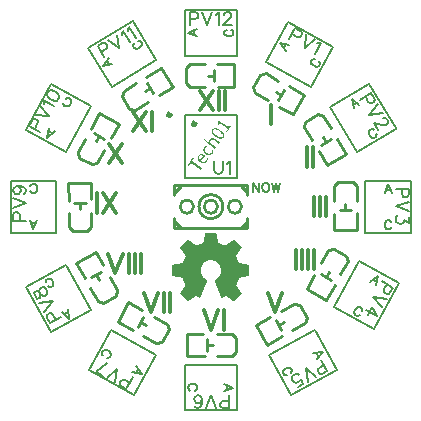
<source format=gto>
G04 Layer: TopSilkscreenLayer*
G04 EasyEDA v6.5.42, 2024-03-03 14:11:30*
G04 83aee20a283747e8b3d018c67651a6c0,ed70181f279245e6aff80281ee7dc86a,10*
G04 Gerber Generator version 0.2*
G04 Scale: 100 percent, Rotated: No, Reflected: No *
G04 Dimensions in millimeters *
G04 leading zeros omitted , absolute positions ,4 integer and 5 decimal *
%FSLAX45Y45*%
%MOMM*%

%ADD10C,0.3000*%
%ADD11C,0.1524*%
%ADD12C,0.2540*%
%ADD13C,0.1520*%

%LPD*%
G36*
X3552342Y3950665D02*
G01*
X3552342Y3940860D01*
X3550107Y3940301D01*
X3549599Y3938574D01*
X3549548Y3926890D01*
X3547313Y3926281D01*
X3546805Y3924604D01*
X3546754Y3910025D01*
X3545027Y3910025D01*
X3543960Y3908958D01*
X3543960Y3898290D01*
X3542385Y3897629D01*
X3541318Y3895496D01*
X3541064Y3882034D01*
X3538880Y3881475D01*
X3538423Y3879748D01*
X3538321Y3867505D01*
X3536797Y3866794D01*
X3535578Y3864711D01*
X3535527Y3862527D01*
X3528568Y3862171D01*
X3527501Y3861257D01*
X3527501Y3859631D01*
X3522624Y3859631D01*
X3521506Y3858514D01*
X3521506Y3856837D01*
X3516782Y3856786D01*
X3514090Y3856075D01*
X3513328Y3853992D01*
X3509467Y3853992D01*
X3507892Y3853586D01*
X3507435Y3851198D01*
X3502456Y3851148D01*
X3500323Y3849928D01*
X3499662Y3848404D01*
X3495801Y3848354D01*
X3494074Y3847846D01*
X3493515Y3845610D01*
X3488740Y3845610D01*
X3487928Y3844747D01*
X3487928Y3842816D01*
X3481781Y3842715D01*
X3480054Y3842258D01*
X3479495Y3840022D01*
X3476701Y3840022D01*
X3476701Y3841953D01*
X3475837Y3842816D01*
X3473551Y3842816D01*
X3473551Y3844493D01*
X3472586Y3845255D01*
X3468319Y3845712D01*
X3468319Y3847592D01*
X3467455Y3848404D01*
X3465525Y3848404D01*
X3464915Y3850640D01*
X3463239Y3851148D01*
X3459937Y3851198D01*
X3459734Y3853840D01*
X3457143Y3854043D01*
X3456736Y3856380D01*
X3455162Y3856786D01*
X3451504Y3856837D01*
X3451301Y3859428D01*
X3448659Y3859682D01*
X3448659Y3861308D01*
X3447592Y3862425D01*
X3443122Y3862425D01*
X3442919Y3865067D01*
X3440277Y3865270D01*
X3440277Y3866946D01*
X3439160Y3868013D01*
X3436924Y3868013D01*
X3436264Y3869537D01*
X3434130Y3870756D01*
X3431895Y3870807D01*
X3431895Y3872788D01*
X3431032Y3873601D01*
X3428746Y3873601D01*
X3428746Y3875278D01*
X3427780Y3876090D01*
X3423462Y3876548D01*
X3423462Y3878376D01*
X3422650Y3879240D01*
X3420313Y3879240D01*
X3420313Y3880916D01*
X3419348Y3881678D01*
X3415080Y3882136D01*
X3414877Y3884676D01*
X3412286Y3884879D01*
X3411677Y3887063D01*
X3410000Y3887571D01*
X3406444Y3887622D01*
X3405682Y3889705D01*
X3403854Y3890162D01*
X3402025Y3889705D01*
X3401263Y3887673D01*
X3398418Y3887470D01*
X3398215Y3884879D01*
X3395624Y3884676D01*
X3395421Y3882085D01*
X3392830Y3881882D01*
X3392627Y3879291D01*
X3390036Y3879037D01*
X3389833Y3876446D01*
X3387242Y3876243D01*
X3386988Y3873652D01*
X3384397Y3873449D01*
X3384194Y3870858D01*
X3381603Y3870655D01*
X3381400Y3868064D01*
X3378809Y3867861D01*
X3378606Y3865270D01*
X3376015Y3865067D01*
X3375812Y3862476D01*
X3373221Y3862222D01*
X3373018Y3859631D01*
X3370427Y3859428D01*
X3370173Y3856837D01*
X3367633Y3856634D01*
X3367379Y3854043D01*
X3364788Y3853840D01*
X3364585Y3851249D01*
X3361994Y3851046D01*
X3361791Y3848455D01*
X3359200Y3848252D01*
X3358997Y3845661D01*
X3356406Y3845407D01*
X3356203Y3842867D01*
X3353612Y3842613D01*
X3353409Y3840022D01*
X3350818Y3839819D01*
X3350564Y3837228D01*
X3347974Y3837025D01*
X3347770Y3834434D01*
X3345179Y3834231D01*
X3344976Y3831640D01*
X3342386Y3831437D01*
X3342182Y3828796D01*
X3340506Y3828796D01*
X3339439Y3827678D01*
X3339439Y3821226D01*
X3340252Y3820414D01*
X3342132Y3820414D01*
X3342589Y3816096D01*
X3343351Y3815130D01*
X3345027Y3815130D01*
X3345027Y3812844D01*
X3345840Y3811981D01*
X3347821Y3811981D01*
X3347821Y3809492D01*
X3348837Y3807104D01*
X3350615Y3806647D01*
X3350615Y3804665D01*
X3351733Y3803599D01*
X3353409Y3803599D01*
X3353612Y3800957D01*
X3356254Y3800754D01*
X3356254Y3796284D01*
X3357321Y3795166D01*
X3358997Y3795166D01*
X3359200Y3792575D01*
X3361842Y3792321D01*
X3361842Y3788714D01*
X3362248Y3787140D01*
X3364585Y3786682D01*
X3364788Y3784142D01*
X3367430Y3783939D01*
X3367481Y3780637D01*
X3367989Y3778910D01*
X3370224Y3778351D01*
X3370224Y3776421D01*
X3371087Y3775557D01*
X3372916Y3775557D01*
X3373374Y3771239D01*
X3374186Y3770325D01*
X3375863Y3770325D01*
X3375863Y3767988D01*
X3376676Y3767175D01*
X3378657Y3767175D01*
X3378708Y3764889D01*
X3379927Y3762806D01*
X3381451Y3762095D01*
X3381451Y3759606D01*
X3382264Y3758742D01*
X3384194Y3758742D01*
X3384397Y3756151D01*
X3387039Y3755898D01*
X3387039Y3747566D01*
X3385362Y3747566D01*
X3384245Y3746449D01*
X3384245Y3741978D01*
X3382010Y3741369D01*
X3381501Y3739692D01*
X3381451Y3735832D01*
X3379927Y3735120D01*
X3378708Y3733037D01*
X3378657Y3727958D01*
X3376929Y3727958D01*
X3375863Y3726840D01*
X3375863Y3722420D01*
X3373475Y3721963D01*
X3373069Y3720388D01*
X3373018Y3713937D01*
X3371087Y3713937D01*
X3370224Y3713073D01*
X3370224Y3708298D01*
X3368548Y3708298D01*
X3367430Y3707231D01*
X3367430Y3702761D01*
X3365195Y3702151D01*
X3364687Y3700424D01*
X3364636Y3696563D01*
X3363112Y3695903D01*
X3361893Y3693769D01*
X3361842Y3691585D01*
X3352088Y3691280D01*
X3350971Y3690365D01*
X3350971Y3688791D01*
X3336086Y3688537D01*
X3334512Y3687622D01*
X3334105Y3685946D01*
X3323132Y3685743D01*
X3321050Y3684676D01*
X3320338Y3683101D01*
X3307740Y3683101D01*
X3306165Y3682695D01*
X3305708Y3680358D01*
X3291281Y3680104D01*
X3289706Y3679240D01*
X3289249Y3677513D01*
X3279698Y3677513D01*
X3278124Y3677056D01*
X3277717Y3674719D01*
X3275533Y3674160D01*
X3275025Y3672433D01*
X3274974Y3586124D01*
X3276092Y3585057D01*
X3277717Y3585057D01*
X3277971Y3582415D01*
X3283661Y3582212D01*
X3284118Y3580536D01*
X3285642Y3579672D01*
X3300171Y3579368D01*
X3300780Y3577183D01*
X3302457Y3576726D01*
X3316935Y3576624D01*
X3317392Y3574287D01*
X3318916Y3573830D01*
X3331006Y3573830D01*
X3331565Y3571595D01*
X3333292Y3571087D01*
X3347821Y3571036D01*
X3347821Y3569360D01*
X3348939Y3568242D01*
X3359048Y3568242D01*
X3359048Y3566261D01*
X3359861Y3565448D01*
X3361842Y3565448D01*
X3361893Y3560368D01*
X3363112Y3558235D01*
X3364636Y3557574D01*
X3364636Y3552545D01*
X3365754Y3551428D01*
X3367430Y3551428D01*
X3367430Y3546703D01*
X3368192Y3544011D01*
X3370224Y3543198D01*
X3370224Y3539337D01*
X3370681Y3537762D01*
X3373018Y3537356D01*
X3373018Y3532682D01*
X3373780Y3529990D01*
X3375863Y3529228D01*
X3375863Y3525316D01*
X3376269Y3523792D01*
X3378657Y3523335D01*
X3378708Y3518306D01*
X3379927Y3516223D01*
X3381451Y3515563D01*
X3381451Y3511346D01*
X3381857Y3509772D01*
X3384245Y3509314D01*
X3384245Y3500628D01*
X3382568Y3500628D01*
X3381806Y3499713D01*
X3381349Y3495395D01*
X3379470Y3495395D01*
X3378657Y3494532D01*
X3378657Y3492601D01*
X3376371Y3492042D01*
X3375914Y3490315D01*
X3375863Y3487013D01*
X3373221Y3486810D01*
X3373018Y3484270D01*
X3370681Y3483813D01*
X3370224Y3482238D01*
X3370224Y3478631D01*
X3367633Y3478428D01*
X3367379Y3475786D01*
X3365754Y3475786D01*
X3364636Y3474669D01*
X3364636Y3472434D01*
X3363112Y3471773D01*
X3361893Y3469640D01*
X3361842Y3467354D01*
X3359861Y3467354D01*
X3359048Y3466541D01*
X3359048Y3464306D01*
X3357219Y3463848D01*
X3356254Y3461461D01*
X3356254Y3458972D01*
X3354273Y3458972D01*
X3353409Y3458108D01*
X3353409Y3455822D01*
X3351784Y3455822D01*
X3350971Y3454857D01*
X3350514Y3450590D01*
X3347974Y3450386D01*
X3347770Y3447796D01*
X3345586Y3447186D01*
X3345078Y3445510D01*
X3345027Y3442208D01*
X3342386Y3442004D01*
X3342182Y3439414D01*
X3339846Y3439007D01*
X3339439Y3437432D01*
X3339439Y3431794D01*
X3340252Y3430930D01*
X3342182Y3430930D01*
X3342386Y3428339D01*
X3344976Y3428136D01*
X3345179Y3425545D01*
X3347770Y3425291D01*
X3347974Y3422700D01*
X3350564Y3422497D01*
X3350818Y3419906D01*
X3353409Y3419703D01*
X3353612Y3417112D01*
X3356203Y3416909D01*
X3356406Y3414318D01*
X3358997Y3414115D01*
X3359200Y3411524D01*
X3361791Y3411321D01*
X3361994Y3408730D01*
X3364585Y3408476D01*
X3364788Y3405936D01*
X3367379Y3405682D01*
X3367633Y3403092D01*
X3370173Y3402888D01*
X3370427Y3400298D01*
X3373018Y3400094D01*
X3373221Y3397504D01*
X3375812Y3397300D01*
X3376015Y3394710D01*
X3378606Y3394506D01*
X3378809Y3391915D01*
X3381400Y3391712D01*
X3381603Y3389122D01*
X3384194Y3388868D01*
X3384397Y3386277D01*
X3386988Y3386074D01*
X3387242Y3383483D01*
X3389833Y3383279D01*
X3390036Y3380689D01*
X3392627Y3380486D01*
X3392830Y3377895D01*
X3395421Y3377692D01*
X3395624Y3375101D01*
X3398215Y3374898D01*
X3398418Y3372307D01*
X3401060Y3372053D01*
X3401060Y3370173D01*
X3401872Y3369310D01*
X3407206Y3369360D01*
X3408883Y3369868D01*
X3409492Y3372104D01*
X3411423Y3372104D01*
X3412286Y3372967D01*
X3412286Y3374898D01*
X3415588Y3374999D01*
X3417315Y3375456D01*
X3417874Y3377742D01*
X3419805Y3377742D01*
X3420668Y3378555D01*
X3420668Y3380536D01*
X3423158Y3380536D01*
X3425545Y3381501D01*
X3426002Y3383330D01*
X3428237Y3383330D01*
X3429050Y3384143D01*
X3429050Y3386074D01*
X3431692Y3386277D01*
X3431895Y3388918D01*
X3436620Y3388918D01*
X3437483Y3389782D01*
X3437483Y3391712D01*
X3439769Y3391763D01*
X3441852Y3392982D01*
X3442563Y3394557D01*
X3444798Y3394557D01*
X3445865Y3395624D01*
X3445865Y3397300D01*
X3448507Y3397504D01*
X3448710Y3400145D01*
X3452368Y3400145D01*
X3453942Y3400551D01*
X3454349Y3402888D01*
X3456940Y3403092D01*
X3457143Y3405733D01*
X3460394Y3405784D01*
X3462121Y3406292D01*
X3462731Y3408527D01*
X3464661Y3408527D01*
X3465474Y3409391D01*
X3465474Y3411220D01*
X3469792Y3411677D01*
X3470757Y3412490D01*
X3470757Y3414166D01*
X3474415Y3414166D01*
X3475126Y3412591D01*
X3477209Y3411372D01*
X3479698Y3411321D01*
X3480460Y3409289D01*
X3483203Y3408527D01*
X3485438Y3408527D01*
X3485438Y3406851D01*
X3486404Y3406089D01*
X3490671Y3405632D01*
X3491077Y3403346D01*
X3492652Y3402939D01*
X3496310Y3402939D01*
X3496310Y3401212D01*
X3497427Y3400145D01*
X3502253Y3400145D01*
X3502253Y3398520D01*
X3503117Y3397707D01*
X3506317Y3397707D01*
X3507181Y3398520D01*
X3507181Y3400145D01*
X3509467Y3400145D01*
X3510330Y3400958D01*
X3510330Y3405733D01*
X3512261Y3405733D01*
X3513124Y3406597D01*
X3513124Y3411270D01*
X3515512Y3411728D01*
X3515918Y3413251D01*
X3515918Y3419754D01*
X3517900Y3419754D01*
X3518712Y3420567D01*
X3518712Y3425342D01*
X3520440Y3425342D01*
X3521506Y3426460D01*
X3521506Y3431286D01*
X3523183Y3431286D01*
X3524097Y3432403D01*
X3524402Y3439363D01*
X3526282Y3439363D01*
X3527145Y3440176D01*
X3527145Y3444951D01*
X3529380Y3445510D01*
X3529888Y3447237D01*
X3529939Y3453384D01*
X3531920Y3453384D01*
X3532733Y3454196D01*
X3532733Y3458870D01*
X3535121Y3459327D01*
X3535527Y3460902D01*
X3535527Y3465118D01*
X3537051Y3465779D01*
X3538270Y3467912D01*
X3538321Y3472992D01*
X3540048Y3472992D01*
X3541115Y3474059D01*
X3541115Y3478580D01*
X3543401Y3479139D01*
X3543858Y3480866D01*
X3543960Y3486962D01*
X3545890Y3486962D01*
X3546754Y3487826D01*
X3546754Y3492500D01*
X3549142Y3492957D01*
X3549548Y3494532D01*
X3549548Y3500983D01*
X3551529Y3500983D01*
X3552342Y3501847D01*
X3552342Y3506622D01*
X3554069Y3506622D01*
X3555136Y3507689D01*
X3555136Y3512565D01*
X3556812Y3512565D01*
X3557727Y3513632D01*
X3558032Y3520592D01*
X3559911Y3520592D01*
X3560775Y3521456D01*
X3560775Y3526129D01*
X3563112Y3526586D01*
X3563569Y3528161D01*
X3563569Y3534613D01*
X3565499Y3534613D01*
X3566363Y3535476D01*
X3566363Y3540912D01*
X3567277Y3540912D01*
X3568446Y3542182D01*
X3568446Y3543960D01*
X3567176Y3545128D01*
X3566363Y3545128D01*
X3566363Y3547770D01*
X3565499Y3548634D01*
X3563213Y3548634D01*
X3563213Y3550310D01*
X3562248Y3551072D01*
X3557930Y3551529D01*
X3557930Y3553409D01*
X3557117Y3554222D01*
X3554780Y3554222D01*
X3554780Y3555898D01*
X3553866Y3556660D01*
X3549599Y3557117D01*
X3549345Y3559657D01*
X3546754Y3559860D01*
X3546754Y3561537D01*
X3545636Y3562654D01*
X3543960Y3562654D01*
X3543401Y3564890D01*
X3540810Y3565499D01*
X3540810Y3567023D01*
X3539947Y3567887D01*
X3538372Y3567887D01*
X3537356Y3570325D01*
X3535629Y3570732D01*
X3535172Y3573475D01*
X3532733Y3573932D01*
X3532733Y3575558D01*
X3531615Y3576624D01*
X3529990Y3576624D01*
X3529736Y3579266D01*
X3527145Y3579469D01*
X3527145Y3583127D01*
X3526688Y3584701D01*
X3524402Y3585108D01*
X3523996Y3589375D01*
X3523183Y3590290D01*
X3521506Y3590290D01*
X3521456Y3593998D01*
X3520998Y3595674D01*
X3518712Y3596284D01*
X3518712Y3601008D01*
X3517900Y3601872D01*
X3516020Y3601872D01*
X3515715Y3613607D01*
X3514851Y3615182D01*
X3513124Y3615588D01*
X3513124Y3643884D01*
X3515360Y3644442D01*
X3515868Y3646170D01*
X3515918Y3655009D01*
X3518306Y3655466D01*
X3518712Y3657041D01*
X3518712Y3661206D01*
X3520236Y3661918D01*
X3521456Y3664000D01*
X3521506Y3669080D01*
X3523487Y3669080D01*
X3524351Y3669944D01*
X3524351Y3672433D01*
X3525875Y3673144D01*
X3527094Y3675227D01*
X3527145Y3677513D01*
X3528822Y3677513D01*
X3529939Y3678631D01*
X3529939Y3680561D01*
X3531717Y3681018D01*
X3532733Y3683457D01*
X3532733Y3685844D01*
X3535375Y3686098D01*
X3535578Y3688689D01*
X3538169Y3688892D01*
X3538372Y3691483D01*
X3540963Y3691686D01*
X3541166Y3694277D01*
X3543757Y3694480D01*
X3544011Y3697122D01*
X3547262Y3697173D01*
X3548989Y3697681D01*
X3549548Y3699916D01*
X3551529Y3699916D01*
X3552342Y3700779D01*
X3552342Y3702710D01*
X3555695Y3702812D01*
X3557371Y3703269D01*
X3557981Y3705504D01*
X3561283Y3705606D01*
X3563010Y3706063D01*
X3563569Y3708298D01*
X3567226Y3708349D01*
X3568801Y3708755D01*
X3569258Y3711143D01*
X3575659Y3711143D01*
X3577183Y3711549D01*
X3577640Y3713835D01*
X3593896Y3714191D01*
X3595928Y3715156D01*
X3596640Y3716731D01*
X3603040Y3716731D01*
X3603498Y3715004D01*
X3604920Y3714242D01*
X3622344Y3713835D01*
X3622751Y3711549D01*
X3624326Y3711143D01*
X3630777Y3711143D01*
X3630777Y3709415D01*
X3631895Y3708298D01*
X3636365Y3708298D01*
X3636975Y3706063D01*
X3638702Y3705606D01*
X3641902Y3705504D01*
X3642360Y3703167D01*
X3643934Y3702710D01*
X3647541Y3702710D01*
X3647795Y3700068D01*
X3650335Y3699865D01*
X3650792Y3697528D01*
X3652316Y3697122D01*
X3653739Y3697122D01*
X3654450Y3695598D01*
X3656533Y3694379D01*
X3658768Y3694328D01*
X3658971Y3691686D01*
X3661562Y3691483D01*
X3661765Y3688892D01*
X3664356Y3688689D01*
X3664610Y3686098D01*
X3667201Y3685844D01*
X3667302Y3682593D01*
X3667760Y3680866D01*
X3669995Y3680307D01*
X3669995Y3678326D01*
X3670858Y3677513D01*
X3672738Y3677513D01*
X3673195Y3673195D01*
X3673957Y3672230D01*
X3675583Y3672230D01*
X3675786Y3669284D01*
X3678428Y3669080D01*
X3678428Y3664356D01*
X3679190Y3661664D01*
X3681171Y3660901D01*
X3681425Y3655618D01*
X3682441Y3653536D01*
X3684015Y3652824D01*
X3684015Y3645814D01*
X3684473Y3644239D01*
X3686810Y3643782D01*
X3686810Y3613048D01*
X3685133Y3613048D01*
X3684015Y3611981D01*
X3684015Y3604463D01*
X3681984Y3603701D01*
X3681222Y3601008D01*
X3681222Y3596335D01*
X3678834Y3595878D01*
X3678428Y3594354D01*
X3678428Y3590645D01*
X3676192Y3590086D01*
X3675684Y3588359D01*
X3675634Y3585057D01*
X3673906Y3585057D01*
X3672840Y3583940D01*
X3672840Y3579469D01*
X3670198Y3579266D01*
X3669995Y3576624D01*
X3668064Y3576624D01*
X3667201Y3575812D01*
X3667201Y3573932D01*
X3664813Y3573475D01*
X3664356Y3571036D01*
X3662172Y3570478D01*
X3661613Y3568242D01*
X3659378Y3567684D01*
X3658819Y3565499D01*
X3656380Y3565042D01*
X3655923Y3562654D01*
X3654044Y3562654D01*
X3653231Y3561791D01*
X3653231Y3559860D01*
X3650589Y3559657D01*
X3650386Y3557015D01*
X3647084Y3556965D01*
X3645357Y3556457D01*
X3644798Y3554222D01*
X3642868Y3554222D01*
X3642004Y3553409D01*
X3642004Y3551428D01*
X3638702Y3551377D01*
X3636975Y3550869D01*
X3636365Y3548634D01*
X3634384Y3548634D01*
X3633520Y3547618D01*
X3633774Y3533343D01*
X3634740Y3532174D01*
X3636416Y3532174D01*
X3636416Y3527298D01*
X3637483Y3526231D01*
X3639210Y3526231D01*
X3639261Y3521151D01*
X3640480Y3519017D01*
X3642004Y3518357D01*
X3642055Y3514496D01*
X3642563Y3512769D01*
X3644798Y3512210D01*
X3644798Y3507435D01*
X3645662Y3506622D01*
X3647490Y3506622D01*
X3647846Y3499612D01*
X3648760Y3498545D01*
X3650386Y3498545D01*
X3650386Y3493668D01*
X3651504Y3492601D01*
X3653231Y3492601D01*
X3653231Y3487877D01*
X3653942Y3485134D01*
X3656025Y3484372D01*
X3656076Y3480866D01*
X3656584Y3479139D01*
X3658819Y3478580D01*
X3658819Y3473805D01*
X3659632Y3472992D01*
X3661613Y3472992D01*
X3661664Y3466846D01*
X3662172Y3465118D01*
X3664407Y3464560D01*
X3664407Y3460089D01*
X3665524Y3458972D01*
X3667150Y3458972D01*
X3667455Y3452012D01*
X3668369Y3450894D01*
X3669995Y3450894D01*
X3670046Y3446881D01*
X3670452Y3445306D01*
X3672840Y3444900D01*
X3672890Y3439871D01*
X3674110Y3437788D01*
X3675634Y3437077D01*
X3675684Y3433216D01*
X3676192Y3431540D01*
X3678428Y3430930D01*
X3678428Y3426206D01*
X3679291Y3425342D01*
X3681120Y3425342D01*
X3681476Y3418382D01*
X3682390Y3417315D01*
X3684015Y3417315D01*
X3684015Y3412439D01*
X3685133Y3411321D01*
X3686810Y3411321D01*
X3686860Y3406241D01*
X3688079Y3404158D01*
X3689604Y3403498D01*
X3689807Y3400298D01*
X3692804Y3400094D01*
X3692804Y3398520D01*
X3693617Y3397707D01*
X3696868Y3397707D01*
X3697681Y3398520D01*
X3697681Y3400145D01*
X3701694Y3400145D01*
X3703269Y3400551D01*
X3703726Y3402939D01*
X3706977Y3402990D01*
X3708704Y3403498D01*
X3709263Y3405632D01*
X3713530Y3406089D01*
X3714496Y3406851D01*
X3714496Y3408527D01*
X3716782Y3408527D01*
X3719474Y3409289D01*
X3720236Y3411321D01*
X3723081Y3411524D01*
X3723284Y3414166D01*
X3728821Y3414166D01*
X3729431Y3411880D01*
X3731158Y3411423D01*
X3734409Y3411321D01*
X3734612Y3408730D01*
X3737254Y3408476D01*
X3737813Y3406292D01*
X3739540Y3405784D01*
X3742842Y3405733D01*
X3743045Y3403092D01*
X3745687Y3402888D01*
X3745687Y3401212D01*
X3746754Y3400145D01*
X3751224Y3400145D01*
X3751427Y3397504D01*
X3754069Y3397300D01*
X3754069Y3395370D01*
X3754932Y3394557D01*
X3757422Y3394557D01*
X3758082Y3392982D01*
X3760215Y3391763D01*
X3762451Y3391712D01*
X3762451Y3389782D01*
X3763314Y3388918D01*
X3765804Y3388918D01*
X3766515Y3387394D01*
X3768598Y3386175D01*
X3770884Y3386124D01*
X3770884Y3384143D01*
X3771747Y3383330D01*
X3774033Y3383330D01*
X3774033Y3381654D01*
X3774998Y3380892D01*
X3779265Y3380435D01*
X3779469Y3377895D01*
X3782060Y3377692D01*
X3782669Y3375456D01*
X3784346Y3374999D01*
X3787648Y3374898D01*
X3787851Y3372307D01*
X3790442Y3372104D01*
X3790848Y3369767D01*
X3792423Y3369310D01*
X3797808Y3369310D01*
X3798925Y3370427D01*
X3798925Y3372053D01*
X3801516Y3372307D01*
X3801719Y3374898D01*
X3804310Y3375101D01*
X3804564Y3377692D01*
X3807104Y3377895D01*
X3807358Y3380486D01*
X3809949Y3380689D01*
X3810152Y3383279D01*
X3812743Y3383483D01*
X3812946Y3386074D01*
X3815537Y3386277D01*
X3815740Y3388868D01*
X3818331Y3389122D01*
X3818534Y3391712D01*
X3821125Y3391915D01*
X3821379Y3394506D01*
X3823919Y3394710D01*
X3824173Y3397300D01*
X3826764Y3397504D01*
X3826967Y3400094D01*
X3829558Y3400298D01*
X3829761Y3402888D01*
X3832351Y3403092D01*
X3832555Y3405682D01*
X3835146Y3405936D01*
X3835349Y3408476D01*
X3837940Y3408730D01*
X3838143Y3411321D01*
X3840734Y3411524D01*
X3840987Y3414115D01*
X3843528Y3414318D01*
X3843782Y3416909D01*
X3846372Y3417112D01*
X3846576Y3419703D01*
X3849166Y3419906D01*
X3849370Y3422497D01*
X3851960Y3422700D01*
X3852164Y3425291D01*
X3854754Y3425545D01*
X3854958Y3428136D01*
X3857548Y3428339D01*
X3857802Y3430930D01*
X3859682Y3430930D01*
X3860546Y3431794D01*
X3860444Y3437077D01*
X3859987Y3438804D01*
X3857751Y3439363D01*
X3857751Y3441344D01*
X3856888Y3442157D01*
X3854958Y3442157D01*
X3854856Y3445510D01*
X3854399Y3447186D01*
X3852113Y3447796D01*
X3852113Y3449726D01*
X3851300Y3450590D01*
X3849420Y3450590D01*
X3848963Y3454857D01*
X3848201Y3455822D01*
X3846525Y3455822D01*
X3846525Y3458108D01*
X3845712Y3458972D01*
X3843731Y3458972D01*
X3843680Y3461258D01*
X3842461Y3463340D01*
X3840937Y3464051D01*
X3840937Y3466287D01*
X3839819Y3467354D01*
X3838143Y3467354D01*
X3837940Y3469995D01*
X3835298Y3470198D01*
X3835298Y3473856D01*
X3834892Y3475431D01*
X3832555Y3475837D01*
X3832351Y3478428D01*
X3829710Y3478631D01*
X3829710Y3482238D01*
X3829304Y3483813D01*
X3826916Y3484270D01*
X3826916Y3486150D01*
X3826052Y3486962D01*
X3824122Y3486962D01*
X3824020Y3490315D01*
X3823563Y3492042D01*
X3821328Y3492601D01*
X3821328Y3494532D01*
X3820464Y3495395D01*
X3818534Y3495395D01*
X3818483Y3497681D01*
X3817264Y3499764D01*
X3815740Y3500475D01*
X3815537Y3503980D01*
X3815740Y3509416D01*
X3817975Y3509975D01*
X3818432Y3511702D01*
X3818534Y3517798D01*
X3820464Y3517798D01*
X3821328Y3518662D01*
X3821328Y3523386D01*
X3823563Y3523996D01*
X3824020Y3525672D01*
X3824122Y3531819D01*
X3826052Y3531819D01*
X3826916Y3532682D01*
X3826916Y3537356D01*
X3829304Y3537762D01*
X3829710Y3539337D01*
X3829710Y3545840D01*
X3831691Y3545840D01*
X3832504Y3546652D01*
X3832504Y3551326D01*
X3834892Y3551783D01*
X3835298Y3553358D01*
X3835298Y3559810D01*
X3837279Y3559810D01*
X3838143Y3560673D01*
X3838143Y3565448D01*
X3840073Y3565448D01*
X3840937Y3566261D01*
X3840937Y3568242D01*
X3851046Y3568242D01*
X3852113Y3569360D01*
X3852113Y3571036D01*
X3866642Y3571087D01*
X3868369Y3571595D01*
X3868978Y3573830D01*
X3880662Y3573932D01*
X3882390Y3574389D01*
X3882948Y3576574D01*
X3898239Y3576828D01*
X3899408Y3577793D01*
X3899408Y3579368D01*
X3913225Y3579672D01*
X3915359Y3580688D01*
X3916019Y3582263D01*
X3921353Y3582263D01*
X3922166Y3583076D01*
X3922166Y3584956D01*
X3924604Y3585413D01*
X3925011Y3587699D01*
X3924808Y3673195D01*
X3923842Y3674364D01*
X3922268Y3674364D01*
X3921607Y3676954D01*
X3919880Y3677412D01*
X3910685Y3677513D01*
X3910279Y3679240D01*
X3908704Y3680104D01*
X3894226Y3680409D01*
X3893769Y3682695D01*
X3892245Y3683101D01*
X3877360Y3683101D01*
X3877360Y3684828D01*
X3876243Y3685895D01*
X3865879Y3685895D01*
X3865422Y3687622D01*
X3863848Y3688486D01*
X3849115Y3688791D01*
X3848354Y3690772D01*
X3845661Y3691534D01*
X3838143Y3691534D01*
X3837940Y3694125D01*
X3835400Y3694328D01*
X3835095Y3701287D01*
X3834180Y3702354D01*
X3832504Y3702354D01*
X3832504Y3706418D01*
X3832098Y3707942D01*
X3829710Y3708400D01*
X3829710Y3713073D01*
X3828897Y3713937D01*
X3826916Y3713937D01*
X3826916Y3718661D01*
X3826154Y3721354D01*
X3824122Y3722115D01*
X3824122Y3726840D01*
X3823004Y3727958D01*
X3821328Y3727958D01*
X3821328Y3732682D01*
X3820464Y3733546D01*
X3818534Y3733546D01*
X3818534Y3738270D01*
X3817772Y3740962D01*
X3815689Y3741724D01*
X3815689Y3745636D01*
X3815283Y3747160D01*
X3812895Y3747617D01*
X3812895Y3755898D01*
X3815537Y3756151D01*
X3815740Y3758742D01*
X3817416Y3758742D01*
X3818534Y3759860D01*
X3818534Y3764330D01*
X3821125Y3764534D01*
X3821379Y3767175D01*
X3823258Y3767175D01*
X3824122Y3767988D01*
X3824122Y3770477D01*
X3825646Y3771188D01*
X3826865Y3773271D01*
X3826916Y3775557D01*
X3828897Y3775557D01*
X3829710Y3776421D01*
X3829710Y3778656D01*
X3831539Y3779113D01*
X3832504Y3781501D01*
X3832504Y3783990D01*
X3834485Y3783990D01*
X3835298Y3784803D01*
X3835298Y3786733D01*
X3837584Y3787343D01*
X3838041Y3789070D01*
X3838143Y3792321D01*
X3840734Y3792575D01*
X3840987Y3795115D01*
X3843274Y3795522D01*
X3843731Y3797096D01*
X3843731Y3800754D01*
X3846372Y3800957D01*
X3846576Y3803599D01*
X3848252Y3803599D01*
X3849319Y3804665D01*
X3849319Y3809136D01*
X3851960Y3809339D01*
X3852164Y3811981D01*
X3853840Y3811981D01*
X3854958Y3813098D01*
X3854958Y3815079D01*
X3856736Y3815537D01*
X3857751Y3817924D01*
X3857751Y3820414D01*
X3859428Y3820414D01*
X3860546Y3821480D01*
X3860546Y3826865D01*
X3860088Y3828440D01*
X3857751Y3828846D01*
X3857548Y3831437D01*
X3854958Y3831640D01*
X3854754Y3834231D01*
X3852164Y3834434D01*
X3851960Y3837025D01*
X3849370Y3837228D01*
X3849166Y3839819D01*
X3846576Y3840022D01*
X3846372Y3842613D01*
X3843782Y3842867D01*
X3843528Y3845407D01*
X3840937Y3845661D01*
X3840937Y3847592D01*
X3840073Y3848404D01*
X3838143Y3848404D01*
X3837940Y3851046D01*
X3835298Y3851249D01*
X3835298Y3853179D01*
X3834485Y3853992D01*
X3832504Y3853992D01*
X3832504Y3855974D01*
X3831691Y3856837D01*
X3829710Y3856837D01*
X3829710Y3858768D01*
X3828897Y3859631D01*
X3826916Y3859631D01*
X3826916Y3861562D01*
X3826052Y3862425D01*
X3824122Y3862425D01*
X3824122Y3864356D01*
X3823258Y3865219D01*
X3821328Y3865219D01*
X3821328Y3867200D01*
X3820464Y3868013D01*
X3818534Y3868013D01*
X3818534Y3869994D01*
X3817670Y3870807D01*
X3815689Y3870807D01*
X3815689Y3872788D01*
X3814876Y3873601D01*
X3812895Y3873601D01*
X3812895Y3875582D01*
X3812082Y3876446D01*
X3810101Y3876446D01*
X3810101Y3878376D01*
X3809288Y3879240D01*
X3807307Y3879240D01*
X3807307Y3881170D01*
X3806444Y3882034D01*
X3804513Y3882034D01*
X3804513Y3884015D01*
X3803650Y3884828D01*
X3801719Y3884828D01*
X3801719Y3886809D01*
X3800856Y3887622D01*
X3798722Y3887622D01*
X3797909Y3889705D01*
X3796080Y3890162D01*
X3794251Y3889705D01*
X3793490Y3887622D01*
X3789629Y3887622D01*
X3788054Y3887215D01*
X3787597Y3884879D01*
X3785057Y3884676D01*
X3784854Y3882034D01*
X3781551Y3881983D01*
X3779875Y3881475D01*
X3779265Y3879240D01*
X3777335Y3879240D01*
X3776472Y3878376D01*
X3776472Y3876548D01*
X3772204Y3876090D01*
X3771239Y3875278D01*
X3771239Y3873601D01*
X3768902Y3873601D01*
X3768090Y3872788D01*
X3768090Y3870909D01*
X3763772Y3870451D01*
X3762806Y3869690D01*
X3762806Y3868013D01*
X3760520Y3868013D01*
X3759657Y3867200D01*
X3759657Y3865219D01*
X3757218Y3865219D01*
X3754780Y3864203D01*
X3754323Y3862425D01*
X3752392Y3862425D01*
X3751275Y3861308D01*
X3751275Y3859682D01*
X3748633Y3859428D01*
X3748430Y3856837D01*
X3743960Y3856837D01*
X3742842Y3855720D01*
X3742842Y3854043D01*
X3740251Y3853840D01*
X3739997Y3851198D01*
X3736390Y3851198D01*
X3734815Y3850792D01*
X3734409Y3848455D01*
X3731818Y3848252D01*
X3731615Y3845610D01*
X3728313Y3845560D01*
X3726637Y3845051D01*
X3726027Y3842816D01*
X3724097Y3842816D01*
X3723233Y3841953D01*
X3723233Y3840022D01*
X3720084Y3840022D01*
X3720084Y3841648D01*
X3719017Y3842562D01*
X3712057Y3842918D01*
X3712057Y3844747D01*
X3711194Y3845610D01*
X3706469Y3845610D01*
X3705860Y3847846D01*
X3704183Y3848354D01*
X3698036Y3848404D01*
X3698036Y3850386D01*
X3697224Y3851198D01*
X3692448Y3851198D01*
X3691890Y3853484D01*
X3690162Y3853942D01*
X3686657Y3853992D01*
X3685844Y3856075D01*
X3683152Y3856786D01*
X3678428Y3856837D01*
X3678428Y3858514D01*
X3677310Y3859631D01*
X3672281Y3859631D01*
X3671620Y3861155D01*
X3669487Y3862374D01*
X3664458Y3862425D01*
X3664254Y3865067D01*
X3661664Y3865270D01*
X3661410Y3879748D01*
X3660546Y3881323D01*
X3658819Y3881780D01*
X3658768Y3892346D01*
X3657600Y3894836D01*
X3656076Y3895496D01*
X3655822Y3909517D01*
X3654806Y3911600D01*
X3653231Y3912311D01*
X3653231Y3922979D01*
X3652113Y3924046D01*
X3650386Y3924046D01*
X3650335Y3938574D01*
X3649878Y3940301D01*
X3647592Y3940860D01*
X3647592Y3948480D01*
X3647186Y3950665D01*
G37*
G36*
X3668522Y4898288D02*
G01*
X3663187Y4890668D01*
X3662527Y4885436D01*
X3661257Y4880000D01*
X3659276Y4874158D01*
X3656584Y4867808D01*
X3663187Y4863236D01*
X3674364Y4879238D01*
X3744468Y4830216D01*
X3729990Y4809642D01*
X3738626Y4803800D01*
X3772915Y4853076D01*
X3764534Y4858918D01*
X3751579Y4840376D01*
G37*
G36*
X3639769Y4835753D02*
G01*
X3634384Y4835652D01*
X3629406Y4834788D01*
X3624884Y4833112D01*
X3620820Y4830673D01*
X3617163Y4827524D01*
X3613912Y4823612D01*
X3611321Y4819192D01*
X3609492Y4814620D01*
X3608578Y4809896D01*
X3608565Y4808677D01*
X3619144Y4808677D01*
X3619906Y4813452D01*
X3622040Y4817770D01*
X3625342Y4821224D01*
X3629558Y4823460D01*
X3634587Y4824526D01*
X3640582Y4824222D01*
X3647440Y4822596D01*
X3655161Y4819497D01*
X3663797Y4814824D01*
X3673348Y4808626D01*
X3682644Y4801616D01*
X3690061Y4794961D01*
X3695750Y4788662D01*
X3699764Y4782769D01*
X3702151Y4777181D01*
X3703015Y4772101D01*
X3702354Y4767376D01*
X3700272Y4763160D01*
X3698189Y4760671D01*
X3695649Y4758740D01*
X3692702Y4757318D01*
X3689400Y4756505D01*
X3685641Y4756251D01*
X3681476Y4756607D01*
X3676904Y4757572D01*
X3671925Y4759198D01*
X3666540Y4761534D01*
X3660749Y4764481D01*
X3654551Y4768138D01*
X3647948Y4772558D01*
X3638905Y4779365D01*
X3631590Y4785918D01*
X3626053Y4792116D01*
X3622141Y4798009D01*
X3619855Y4803546D01*
X3619144Y4808677D01*
X3608565Y4808677D01*
X3608527Y4805019D01*
X3609340Y4800041D01*
X3611067Y4794961D01*
X3613658Y4789728D01*
X3617264Y4784445D01*
X3621735Y4779060D01*
X3627221Y4773625D01*
X3633673Y4768138D01*
X3641090Y4762652D01*
X3648913Y4757521D01*
X3656380Y4753305D01*
X3663442Y4749952D01*
X3670147Y4747514D01*
X3676396Y4745888D01*
X3682288Y4745126D01*
X3687724Y4745177D01*
X3692753Y4746040D01*
X3697376Y4747717D01*
X3701491Y4750155D01*
X3705199Y4753356D01*
X3708400Y4757318D01*
X3710990Y4761687D01*
X3712718Y4766208D01*
X3713530Y4770932D01*
X3713530Y4775758D01*
X3712616Y4780788D01*
X3710787Y4785918D01*
X3708095Y4791151D01*
X3704437Y4796485D01*
X3699814Y4801920D01*
X3694277Y4807407D01*
X3687724Y4812944D01*
X3680206Y4818532D01*
X3672535Y4823612D01*
X3665220Y4827778D01*
X3658260Y4831029D01*
X3651707Y4833467D01*
X3645509Y4834991D01*
G37*
G36*
X3609543Y4752543D02*
G01*
X3604615Y4751679D01*
X3600094Y4749596D01*
X3595878Y4746244D01*
X3592068Y4741570D01*
X3588359Y4734458D01*
X3586734Y4726889D01*
X3586683Y4719066D01*
X3587496Y4711090D01*
X3573779Y4721250D01*
X3546094Y4740554D01*
X3538982Y4730394D01*
X3638550Y4660798D01*
X3645662Y4670958D01*
X3596132Y4705502D01*
X3594912Y4713732D01*
X3594760Y4720793D01*
X3595928Y4726889D01*
X3598672Y4732426D01*
X3604056Y4737709D01*
X3610406Y4739487D01*
X3617925Y4737811D01*
X3626865Y4732680D01*
X3668268Y4703470D01*
X3675634Y4713884D01*
X3632708Y4743856D01*
X3626408Y4747768D01*
X3620465Y4750511D01*
X3614826Y4752136D01*
G37*
G36*
X3565906Y4686960D02*
G01*
X3560064Y4685284D01*
X3554323Y4682642D01*
X3548837Y4678680D01*
X3543808Y4672990D01*
X3541166Y4668570D01*
X3539083Y4663948D01*
X3537661Y4659122D01*
X3536899Y4654194D01*
X3536848Y4649114D01*
X3537458Y4644085D01*
X3538778Y4639005D01*
X3540861Y4634077D01*
X3543655Y4629251D01*
X3547211Y4624578D01*
X3551580Y4620209D01*
X3556762Y4616094D01*
X3562350Y4612589D01*
X3567937Y4609896D01*
X3573424Y4607966D01*
X3578809Y4606848D01*
X3584092Y4606493D01*
X3589223Y4606798D01*
X3594100Y4607864D01*
X3598722Y4609592D01*
X3603091Y4611928D01*
X3607155Y4614926D01*
X3610864Y4618532D01*
X3614165Y4622698D01*
X3617823Y4629099D01*
X3620058Y4635957D01*
X3621024Y4643120D01*
X3620770Y4650384D01*
X3610864Y4650638D01*
X3611118Y4645355D01*
X3610508Y4639919D01*
X3608933Y4634534D01*
X3606292Y4629556D01*
X3602532Y4625187D01*
X3598164Y4621936D01*
X3593236Y4619853D01*
X3587902Y4618888D01*
X3582212Y4619091D01*
X3576320Y4620412D01*
X3570274Y4622901D01*
X3564128Y4626508D01*
X3558692Y4630928D01*
X3554374Y4635804D01*
X3551174Y4640986D01*
X3549091Y4646371D01*
X3548227Y4651806D01*
X3548481Y4657242D01*
X3550005Y4662474D01*
X3552698Y4667402D01*
X3556050Y4671060D01*
X3559860Y4673752D01*
X3564128Y4675682D01*
X3568700Y4677054D01*
G37*
G36*
X3516731Y4615992D02*
G01*
X3510432Y4614722D01*
X3504590Y4612030D01*
X3499256Y4607915D01*
X3494532Y4602378D01*
X3492144Y4598314D01*
X3490315Y4593996D01*
X3489096Y4589424D01*
X3488550Y4584039D01*
X3498850Y4584039D01*
X3499358Y4588560D01*
X3500678Y4592878D01*
X3502914Y4596790D01*
X3506012Y4600448D01*
X3509467Y4603140D01*
X3513277Y4604918D01*
X3517493Y4605731D01*
X3521964Y4605528D01*
X3526739Y4604308D01*
X3531717Y4602073D01*
X3536950Y4598822D01*
X3510534Y4561230D01*
X3506266Y4565497D01*
X3503015Y4570018D01*
X3500678Y4574641D01*
X3499307Y4579366D01*
X3498850Y4584039D01*
X3488550Y4584039D01*
X3488639Y4579772D01*
X3489401Y4574844D01*
X3490823Y4569917D01*
X3492957Y4565040D01*
X3495801Y4560316D01*
X3499358Y4555794D01*
X3503676Y4551476D01*
X3508756Y4547514D01*
X3514394Y4544060D01*
X3519982Y4541418D01*
X3525520Y4539640D01*
X3530955Y4538573D01*
X3536289Y4538268D01*
X3541471Y4538675D01*
X3546398Y4539792D01*
X3551123Y4541520D01*
X3555542Y4543958D01*
X3559606Y4546955D01*
X3563365Y4550511D01*
X3566668Y4554626D01*
X3570630Y4561636D01*
X3573221Y4568444D01*
X3574643Y4575098D01*
X3575304Y4581550D01*
X3565906Y4582566D01*
X3565448Y4577130D01*
X3564229Y4571847D01*
X3562248Y4566716D01*
X3559301Y4561738D01*
X3555492Y4557217D01*
X3551123Y4553762D01*
X3546246Y4551426D01*
X3541014Y4550156D01*
X3535527Y4550003D01*
X3529837Y4550968D01*
X3523996Y4553000D01*
X3518154Y4556150D01*
X3550412Y4602124D01*
X3547872Y4604512D01*
X3544570Y4606950D01*
X3537356Y4611319D01*
X3530295Y4614265D01*
X3523335Y4615840D01*
G37*
G36*
X3450082Y4586376D02*
G01*
X3403854Y4520082D01*
X3412490Y4513986D01*
X3432048Y4541926D01*
X3514598Y4484014D01*
X3521964Y4494428D01*
X3439414Y4552340D01*
X3458972Y4580280D01*
G37*
D10*
X2940050Y4971542D02*
G01*
X3048254Y4809236D01*
X3048254Y4971542D02*
G01*
X2940050Y4809236D01*
X3099054Y4971542D02*
G01*
X3099054Y4809236D01*
D11*
X3960083Y4370605D02*
G01*
X3960083Y4294405D01*
X3960083Y4370605D02*
G01*
X4010883Y4294405D01*
X4010883Y4370605D02*
G01*
X4010883Y4294405D01*
X4056603Y4370605D02*
G01*
X4049491Y4367049D01*
X4042125Y4359937D01*
X4038569Y4352571D01*
X4035013Y4341649D01*
X4035013Y4323361D01*
X4038569Y4312439D01*
X4042125Y4305327D01*
X4049491Y4297961D01*
X4056603Y4294405D01*
X4071335Y4294405D01*
X4078447Y4297961D01*
X4085813Y4305327D01*
X4089369Y4312439D01*
X4093179Y4323361D01*
X4093179Y4341649D01*
X4089369Y4352571D01*
X4085813Y4359937D01*
X4078447Y4367049D01*
X4071335Y4370605D01*
X4056603Y4370605D01*
X4117055Y4370605D02*
G01*
X4135343Y4294405D01*
X4153377Y4370605D02*
G01*
X4135343Y4294405D01*
X4153377Y4370605D02*
G01*
X4171665Y4294405D01*
X4189699Y4370605D02*
G01*
X4171665Y4294405D01*
X3630000Y4555314D02*
G01*
X3630000Y4477336D01*
X3635080Y4461842D01*
X3645494Y4451428D01*
X3661242Y4446348D01*
X3671656Y4446348D01*
X3687150Y4451428D01*
X3697564Y4461842D01*
X3702644Y4477336D01*
X3702644Y4555314D01*
X3736934Y4534486D02*
G01*
X3747348Y4539820D01*
X3763096Y4555314D01*
X3763096Y4446348D01*
D10*
X4109890Y5031516D02*
G01*
X4109890Y4869210D01*
X4409940Y4671517D02*
G01*
X4409940Y4509211D01*
X4460994Y4671517D02*
G01*
X4460994Y4509211D01*
X4470118Y4251416D02*
G01*
X4470118Y4089364D01*
X4520918Y4251416D02*
G01*
X4520918Y4089364D01*
X4571972Y4251416D02*
G01*
X4571972Y4089364D01*
X4319991Y3801620D02*
G01*
X4319991Y3639314D01*
X4371045Y3801620D02*
G01*
X4371045Y3639314D01*
X4422099Y3801620D02*
G01*
X4422099Y3639314D01*
X4472899Y3801620D02*
G01*
X4472899Y3639314D01*
X4079991Y3441443D02*
G01*
X4141713Y3279391D01*
X4203689Y3441443D02*
G01*
X4141713Y3279391D01*
X3539997Y3291586D02*
G01*
X3601720Y3129279D01*
X3663695Y3291586D02*
G01*
X3601720Y3129279D01*
X3714750Y3291586D02*
G01*
X3714750Y3129279D01*
X3029943Y3441443D02*
G01*
X3091919Y3279391D01*
X3153641Y3441443D02*
G01*
X3091919Y3279391D01*
X3204695Y3441443D02*
G01*
X3204695Y3279391D01*
X3255749Y3441443D02*
G01*
X3255749Y3279391D01*
X2729969Y3771645D02*
G01*
X2791691Y3609339D01*
X2853667Y3771645D02*
G01*
X2791691Y3609339D01*
X2904721Y3771645D02*
G01*
X2904721Y3609339D01*
X2955521Y3771645D02*
G01*
X2955521Y3609339D01*
X3006575Y3771645D02*
G01*
X3006575Y3609339D01*
X2640075Y4281423D02*
G01*
X2640075Y4119371D01*
X2690875Y4281423D02*
G01*
X2799079Y4119371D01*
X2799079Y4281423D02*
G01*
X2690875Y4119371D01*
X2849918Y4538464D02*
G01*
X2741714Y4700770D01*
X2741714Y4538464D02*
G01*
X2849918Y4700770D01*
X3510018Y5151592D02*
G01*
X3618222Y4989286D01*
X3618222Y5151592D02*
G01*
X3510018Y4989286D01*
X3669276Y5151592D02*
G01*
X3669276Y4989286D01*
X3720076Y5151592D02*
G01*
X3720076Y4989286D01*
D11*
X4315896Y5680844D02*
G01*
X4263067Y5585541D01*
X4315896Y5680844D02*
G01*
X4356770Y5658187D01*
X4367860Y5646234D01*
X4369940Y5638982D01*
X4369335Y5627413D01*
X4361822Y5613859D01*
X4352330Y5607215D01*
X4345203Y5605358D01*
X4329064Y5608205D01*
X4288188Y5630862D01*
X4409422Y5629005D02*
G01*
X4393029Y5513501D01*
X4482287Y5588612D02*
G01*
X4393029Y5513501D01*
X4502183Y5553770D02*
G01*
X4513877Y5553387D01*
X4534938Y5559427D01*
X4482109Y5464121D01*
X4184335Y5554073D02*
G01*
X4237042Y5491464D01*
X4184335Y5554073D02*
G01*
X4265244Y5542333D01*
X4219900Y5513453D02*
G01*
X4237507Y5545221D01*
X4479973Y5418843D02*
G01*
X4471687Y5419082D01*
X4462018Y5416311D01*
X4455114Y5411713D01*
X4448093Y5399054D01*
X4447854Y5390761D01*
X4450628Y5381094D01*
X4455223Y5374190D01*
X4463051Y5365785D01*
X4479046Y5356920D01*
X4490102Y5354858D01*
X4498390Y5354617D01*
X4508281Y5357266D01*
X4514961Y5361985D01*
X4521982Y5374650D01*
X4522442Y5382813D01*
X4519447Y5392607D01*
X4514855Y5399509D01*
X4958836Y5129382D02*
G01*
X4865433Y5073261D01*
X4958836Y5129382D02*
G01*
X4982908Y5089321D01*
X4986533Y5073423D01*
X4984706Y5066106D01*
X4978397Y5056388D01*
X4965118Y5048407D01*
X4953574Y5047396D01*
X4946472Y5049354D01*
X4933919Y5059885D01*
X4909850Y5099946D01*
X5013911Y5037721D02*
G01*
X4941963Y4945893D01*
X5056822Y4966309D02*
G01*
X4941963Y4945893D01*
X5054889Y4919218D02*
G01*
X5059245Y4921834D01*
X5070919Y4922626D01*
X5078107Y4921018D01*
X5087825Y4914709D01*
X5098552Y4896855D01*
X5099560Y4885311D01*
X5097607Y4878212D01*
X5091427Y4868275D01*
X5082499Y4862911D01*
X5070825Y4862121D01*
X5052181Y4863068D01*
X4981079Y4880795D01*
X5018493Y4818527D01*
X4793571Y5084297D02*
G01*
X4807910Y5003721D01*
X4793571Y5084297D02*
G01*
X4857767Y5033678D01*
X4804059Y5031336D02*
G01*
X4835192Y5050043D01*
X4981986Y4819365D02*
G01*
X4974927Y4823716D01*
X4965169Y4826149D01*
X4956891Y4825621D01*
X4944480Y4818166D01*
X4940129Y4811105D01*
X4937699Y4801344D01*
X4938224Y4793071D01*
X4940800Y4781877D01*
X4950221Y4766200D01*
X4958763Y4758888D01*
X4965821Y4754537D01*
X4975712Y4751885D01*
X4983858Y4752632D01*
X4996268Y4760089D01*
X5000752Y4766929D01*
X5003053Y4776906D01*
X5002527Y4785184D01*
X5275305Y4319991D02*
G01*
X5166339Y4319991D01*
X5275305Y4319991D02*
G01*
X5275305Y4273255D01*
X5270225Y4257761D01*
X5264891Y4252427D01*
X5254477Y4247347D01*
X5238983Y4247347D01*
X5228569Y4252427D01*
X5223489Y4257761D01*
X5218155Y4273255D01*
X5218155Y4319991D01*
X5275305Y4213057D02*
G01*
X5166339Y4171401D01*
X5275305Y4129745D02*
G01*
X5166339Y4171401D01*
X5275305Y4085041D02*
G01*
X5275305Y4027891D01*
X5233649Y4059133D01*
X5233649Y4043639D01*
X5228569Y4033225D01*
X5223489Y4027891D01*
X5207741Y4022811D01*
X5197327Y4022811D01*
X5181833Y4027891D01*
X5171419Y4038305D01*
X5166339Y4054053D01*
X5166339Y4069547D01*
X5171419Y4085041D01*
X5176499Y4090375D01*
X5186913Y4095455D01*
X5101968Y4360491D02*
G01*
X5072758Y4284037D01*
X5101968Y4360491D02*
G01*
X5130924Y4284037D01*
X5083680Y4309691D02*
G01*
X5120002Y4309691D01*
X5127020Y4036357D02*
G01*
X5123210Y4043723D01*
X5116098Y4050835D01*
X5108732Y4054645D01*
X5094254Y4054645D01*
X5086888Y4050835D01*
X5079776Y4043723D01*
X5075966Y4036357D01*
X5072410Y4025435D01*
X5072410Y4007147D01*
X5075966Y3996479D01*
X5079776Y3989113D01*
X5086888Y3981747D01*
X5094254Y3978191D01*
X5108732Y3978191D01*
X5116098Y3981747D01*
X5123210Y3989113D01*
X5127020Y3996479D01*
X5140848Y3484087D02*
G01*
X5045542Y3536914D01*
X5140848Y3484087D02*
G01*
X5118188Y3443211D01*
X5106233Y3432121D01*
X5098983Y3430041D01*
X5087411Y3430648D01*
X5073860Y3438159D01*
X5067216Y3447651D01*
X5065356Y3454780D01*
X5068204Y3470917D01*
X5090863Y3511793D01*
X5089004Y3390559D02*
G01*
X4973505Y3406955D01*
X5048613Y3317694D02*
G01*
X4973505Y3406955D01*
X5006868Y3242383D02*
G01*
X4968453Y3322921D01*
X4930772Y3254941D01*
X5006868Y3242383D02*
G01*
X4911564Y3295210D01*
X5014076Y3585649D02*
G01*
X4951463Y3532941D01*
X5014076Y3585649D02*
G01*
X5002336Y3504742D01*
X4973454Y3550084D02*
G01*
X5005222Y3532474D01*
X4878844Y3290008D02*
G01*
X4879083Y3298299D01*
X4876309Y3307966D01*
X4871714Y3314870D01*
X4859053Y3321888D01*
X4850762Y3322126D01*
X4841095Y3319355D01*
X4834191Y3314760D01*
X4825786Y3306932D01*
X4816919Y3290935D01*
X4814859Y3279881D01*
X4814620Y3271593D01*
X4817270Y3261702D01*
X4821986Y3255020D01*
X4834648Y3248002D01*
X4842817Y3247542D01*
X4852609Y3250534D01*
X4859510Y3255131D01*
X1924657Y4050101D02*
G01*
X2033877Y4050101D01*
X1924657Y4050101D02*
G01*
X1924657Y4096837D01*
X1929737Y4112331D01*
X1935071Y4117411D01*
X1945485Y4122745D01*
X1960979Y4122745D01*
X1971393Y4117411D01*
X1976727Y4112331D01*
X1981807Y4096837D01*
X1981807Y4050101D01*
X1924657Y4157035D02*
G01*
X2033877Y4198691D01*
X1924657Y4240093D02*
G01*
X2033877Y4198691D01*
X1960979Y4341947D02*
G01*
X1976727Y4336867D01*
X1986887Y4326453D01*
X1992221Y4310705D01*
X1992221Y4305625D01*
X1986887Y4290131D01*
X1976727Y4279717D01*
X1960979Y4274383D01*
X1955899Y4274383D01*
X1940151Y4279717D01*
X1929737Y4290131D01*
X1924657Y4305625D01*
X1924657Y4310705D01*
X1929737Y4326453D01*
X1940151Y4336867D01*
X1960979Y4341947D01*
X1986887Y4341947D01*
X2013049Y4336867D01*
X2028543Y4326453D01*
X2033877Y4310705D01*
X2033877Y4300291D01*
X2028543Y4284797D01*
X2018129Y4279717D01*
X2098017Y3979491D02*
G01*
X2127227Y4055945D01*
X2098017Y3979491D02*
G01*
X2069061Y4055945D01*
X2116305Y4030291D02*
G01*
X2079983Y4030291D01*
X2072965Y4303626D02*
G01*
X2076775Y4296260D01*
X2083887Y4289148D01*
X2091253Y4285338D01*
X2105731Y4285338D01*
X2113097Y4289148D01*
X2120209Y4296260D01*
X2124019Y4303626D01*
X2127575Y4314548D01*
X2127575Y4332836D01*
X2124019Y4343504D01*
X2120209Y4350870D01*
X2113097Y4358236D01*
X2105731Y4361792D01*
X2091253Y4361792D01*
X2083887Y4358236D01*
X2076775Y4350870D01*
X2072965Y4343504D01*
X2059144Y4855941D02*
G01*
X2154671Y4802992D01*
X2059144Y4855941D02*
G01*
X2081804Y4896817D01*
X2093760Y4907907D01*
X2101009Y4909987D01*
X2112581Y4909380D01*
X2126132Y4901869D01*
X2132779Y4892377D01*
X2134857Y4885126D01*
X2131788Y4869111D01*
X2109132Y4828237D01*
X2110988Y4949469D02*
G01*
X2226711Y4932951D01*
X2151258Y5022113D02*
G01*
X2226711Y4932951D01*
X2186096Y5042004D02*
G01*
X2186480Y5053700D01*
X2180564Y5074986D01*
X2276088Y5022034D01*
X2212210Y5132077D02*
G01*
X2209142Y5116062D01*
X2217867Y5099321D01*
X2238065Y5082319D01*
X2251616Y5074805D01*
X2276960Y5066565D01*
X2295560Y5068163D01*
X2307737Y5079128D01*
X2312786Y5088237D01*
X2315753Y5104597D01*
X2307254Y5121216D01*
X2286833Y5138341D01*
X2273282Y5145854D01*
X2248161Y5153969D01*
X2229337Y5152499D01*
X2217259Y5141188D01*
X2212210Y5132077D01*
X2215908Y4754333D02*
G01*
X2278522Y4807041D01*
X2215908Y4754333D02*
G01*
X2227648Y4835240D01*
X2256533Y4789898D02*
G01*
X2224763Y4807508D01*
X2351140Y5049974D02*
G01*
X2350902Y5041684D01*
X2353675Y5032016D01*
X2358270Y5025113D01*
X2370935Y5018092D01*
X2379220Y5017853D01*
X2388890Y5020627D01*
X2395791Y5025222D01*
X2404198Y5033053D01*
X2413066Y5049047D01*
X2415125Y5060101D01*
X2415364Y5068392D01*
X2412718Y5078282D01*
X2407998Y5084963D01*
X2395336Y5091981D01*
X2387168Y5092440D01*
X2377379Y5089448D01*
X2370475Y5084853D01*
X2640571Y5528840D02*
G01*
X2696824Y5435221D01*
X2640571Y5528840D02*
G01*
X2680632Y5552912D01*
X2696748Y5556669D01*
X2703850Y5554713D01*
X2713568Y5548401D01*
X2721546Y5535122D01*
X2722557Y5523577D01*
X2720949Y5516389D01*
X2710068Y5503923D01*
X2670007Y5479854D01*
X2732232Y5583915D02*
G01*
X2824190Y5511751D01*
X2803644Y5626823D02*
G01*
X2824190Y5511751D01*
X2843763Y5626633D02*
G01*
X2849943Y5636567D01*
X2855244Y5657829D01*
X2911497Y5564210D01*
X2895363Y5657636D02*
G01*
X2901543Y5667573D01*
X2906844Y5688832D01*
X2963097Y5595213D01*
X2685684Y5363570D02*
G01*
X2766263Y5377908D01*
X2685684Y5363570D02*
G01*
X2736306Y5427766D01*
X2738648Y5374058D02*
G01*
X2719941Y5405193D01*
X2950618Y5551985D02*
G01*
X2946267Y5544926D01*
X2943834Y5535168D01*
X2944362Y5526890D01*
X2951820Y5514479D01*
X2958879Y5510128D01*
X2968637Y5507695D01*
X2976915Y5508223D01*
X2988106Y5510801D01*
X3003783Y5520220D01*
X3011096Y5528762D01*
X3015447Y5535823D01*
X3018099Y5545711D01*
X3017352Y5553857D01*
X3009897Y5566267D01*
X3003054Y5570750D01*
X2993077Y5573052D01*
X2984802Y5572523D01*
X3420102Y5815363D02*
G01*
X3420102Y5706143D01*
X3420102Y5815363D02*
G01*
X3466838Y5815363D01*
X3482332Y5810029D01*
X3487412Y5804949D01*
X3492746Y5794535D01*
X3492746Y5779041D01*
X3487412Y5768627D01*
X3482332Y5763293D01*
X3466838Y5758213D01*
X3420102Y5758213D01*
X3527036Y5815363D02*
G01*
X3568692Y5706143D01*
X3610094Y5815363D02*
G01*
X3568692Y5706143D01*
X3644384Y5794535D02*
G01*
X3654798Y5799615D01*
X3670292Y5815363D01*
X3670292Y5706143D01*
X3709916Y5789455D02*
G01*
X3709916Y5794535D01*
X3714996Y5804949D01*
X3720330Y5810029D01*
X3730744Y5815363D01*
X3751572Y5815363D01*
X3761732Y5810029D01*
X3767066Y5804949D01*
X3772146Y5794535D01*
X3772146Y5784121D01*
X3767066Y5773707D01*
X3756652Y5758213D01*
X3704582Y5706143D01*
X3777480Y5706143D01*
X3409492Y5641967D02*
G01*
X3485946Y5612757D01*
X3409492Y5641967D02*
G01*
X3485946Y5670923D01*
X3460292Y5623679D02*
G01*
X3460292Y5660001D01*
X3733627Y5667019D02*
G01*
X3726261Y5663209D01*
X3719149Y5656097D01*
X3715339Y5648731D01*
X3715339Y5634253D01*
X3719149Y5626887D01*
X3726261Y5619775D01*
X3733627Y5615965D01*
X3744549Y5612409D01*
X3762837Y5612409D01*
X3773505Y5615965D01*
X3780871Y5619775D01*
X3788237Y5626887D01*
X3791793Y5634253D01*
X3791793Y5648731D01*
X3788237Y5656097D01*
X3780871Y5663209D01*
X3773505Y5667019D01*
X4585820Y2779057D02*
G01*
X4532871Y2874584D01*
X4585820Y2779057D02*
G01*
X4544943Y2756397D01*
X4528926Y2753332D01*
X4521898Y2755536D01*
X4512183Y2762056D01*
X4504672Y2775607D01*
X4504288Y2787304D01*
X4506145Y2794431D01*
X4517235Y2806385D01*
X4558113Y2829041D01*
X4492292Y2727215D02*
G01*
X4402909Y2802547D01*
X4419650Y2686949D02*
G01*
X4402909Y2802547D01*
X4335007Y2640032D02*
G01*
X4380550Y2665275D01*
X4362333Y2708615D01*
X4360354Y2701709D01*
X4349389Y2689529D01*
X4335614Y2681897D01*
X4319478Y2679052D01*
X4305320Y2683113D01*
X4293146Y2694073D01*
X4288096Y2703184D01*
X4285249Y2719321D01*
X4289308Y2733476D01*
X4300273Y2745656D01*
X4314047Y2753291D01*
X4330184Y2756136D01*
X4337088Y2754155D01*
X4346806Y2747634D01*
X4547565Y2940618D02*
G01*
X4466536Y2929102D01*
X4547565Y2940618D02*
G01*
X4494735Y2878228D01*
X4494268Y2931988D02*
G01*
X4511878Y2900220D01*
X4276216Y2761564D02*
G01*
X4280811Y2768467D01*
X4283583Y2778137D01*
X4283346Y2786425D01*
X4276326Y2799087D01*
X4269422Y2803687D01*
X4259755Y2806456D01*
X4251467Y2806217D01*
X4240187Y2804030D01*
X4224192Y2795168D01*
X4216585Y2786885D01*
X4211993Y2779984D01*
X4208998Y2770192D01*
X4209458Y2762023D01*
X4216478Y2749362D01*
X4223156Y2744645D01*
X4233049Y2741993D01*
X4241337Y2742232D01*
X3749936Y2464681D02*
G01*
X3749936Y2573647D01*
X3749936Y2464681D02*
G01*
X3703200Y2464681D01*
X3687706Y2469761D01*
X3682372Y2475095D01*
X3677292Y2485509D01*
X3677295Y2501003D01*
X3682370Y2511417D01*
X3687706Y2516497D01*
X3703200Y2521831D01*
X3749936Y2521831D01*
X3643002Y2464681D02*
G01*
X3601346Y2573647D01*
X3559942Y2464681D02*
G01*
X3601346Y2573647D01*
X3463170Y2480175D02*
G01*
X3468504Y2469761D01*
X3483998Y2464681D01*
X3494412Y2464681D01*
X3509906Y2469761D01*
X3520320Y2485509D01*
X3525654Y2511414D01*
X3525654Y2537327D01*
X3520320Y2558153D01*
X3509906Y2568567D01*
X3494412Y2573647D01*
X3489078Y2573647D01*
X3473584Y2568567D01*
X3463170Y2558153D01*
X3458090Y2542659D01*
X3458090Y2537327D01*
X3463170Y2521831D01*
X3473584Y2511417D01*
X3489076Y2506337D01*
X3494412Y2506337D01*
X3509906Y2511417D01*
X3520318Y2521831D01*
X3525654Y2537327D01*
X3790492Y2638016D02*
G01*
X3714038Y2667226D01*
X3790492Y2638016D02*
G01*
X3714038Y2609060D01*
X3739692Y2656304D02*
G01*
X3739692Y2619982D01*
X3466358Y2612964D02*
G01*
X3473724Y2616774D01*
X3480836Y2623886D01*
X3484646Y2631252D01*
X3484646Y2645730D01*
X3480833Y2653096D01*
X3473724Y2660208D01*
X3466358Y2664018D01*
X3455436Y2667574D01*
X3437145Y2667574D01*
X3426480Y2664015D01*
X3419116Y2660208D01*
X3411748Y2653096D01*
X3408192Y2645730D01*
X3408192Y2631252D01*
X3411750Y2623886D01*
X3419114Y2616771D01*
X3426480Y2612966D01*
X2884035Y2629171D02*
G01*
X2936862Y2724475D01*
X2884035Y2629171D02*
G01*
X2843161Y2651831D01*
X2832072Y2663786D01*
X2829994Y2671036D01*
X2830598Y2682608D01*
X2838112Y2696159D01*
X2847604Y2702806D01*
X2854731Y2704660D01*
X2870865Y2701813D01*
X2911744Y2679156D01*
X2790510Y2681015D02*
G01*
X2806905Y2796514D01*
X2717866Y2721284D02*
G01*
X2806905Y2796514D01*
X2624117Y2773245D02*
G01*
X2722486Y2843306D01*
X2687873Y2737906D02*
G01*
X2624117Y2773245D01*
X3015650Y2755907D02*
G01*
X2962943Y2818521D01*
X3015650Y2755907D02*
G01*
X2934746Y2767647D01*
X2980085Y2796529D02*
G01*
X2962475Y2764764D01*
X2720009Y2891137D02*
G01*
X2728297Y2890903D01*
X2737967Y2893672D01*
X2744871Y2898269D01*
X2751889Y2910931D01*
X2752128Y2919219D01*
X2749359Y2928889D01*
X2744762Y2935792D01*
X2736933Y2944197D01*
X2720936Y2953067D01*
X2709882Y2955127D01*
X2701594Y2955366D01*
X2691704Y2952714D01*
X2685021Y2947995D01*
X2678003Y2935333D01*
X2677540Y2927164D01*
X2680538Y2917375D01*
X2685135Y2910474D01*
X2239009Y3184093D02*
G01*
X2334534Y3237044D01*
X2239009Y3184093D02*
G01*
X2216348Y3224969D01*
X2213503Y3241111D01*
X2215362Y3248235D01*
X2222007Y3257727D01*
X2235781Y3265363D01*
X2247130Y3265845D01*
X2254382Y3263765D01*
X2266335Y3252675D01*
X2288994Y3211804D01*
X2187163Y3277621D02*
G01*
X2262494Y3367006D01*
X2146899Y3350265D02*
G01*
X2262494Y3367006D01*
X2117590Y3403137D02*
G01*
X2129889Y3391949D01*
X2141463Y3392558D01*
X2150572Y3397605D01*
X2157216Y3407097D01*
X2156609Y3418667D01*
X2150955Y3439347D01*
X2148108Y3455484D01*
X2152169Y3469645D01*
X2158690Y3479360D01*
X2172243Y3486866D01*
X2183937Y3487249D01*
X2190843Y3485268D01*
X2203142Y3474082D01*
X2213117Y3456089D01*
X2216086Y3439728D01*
X2214105Y3432822D01*
X2207585Y3423109D01*
X2194031Y3415593D01*
X2182337Y3415212D01*
X2168182Y3419274D01*
X2156002Y3430239D01*
X2141463Y3445992D01*
X2131971Y3452637D01*
X2120402Y3452030D01*
X2111293Y3446983D01*
X2104643Y3437491D01*
X2107615Y3421131D01*
X2117590Y3403137D01*
X2400617Y3222419D02*
G01*
X2389103Y3303447D01*
X2400617Y3222419D02*
G01*
X2338230Y3275248D01*
X2391989Y3275716D02*
G01*
X2360218Y3258103D01*
X2221562Y3493767D02*
G01*
X2228468Y3489172D01*
X2238138Y3486398D01*
X2246426Y3486640D01*
X2259091Y3493658D01*
X2263686Y3500564D01*
X2266454Y3510229D01*
X2266221Y3518522D01*
X2264034Y3529794D01*
X2255169Y3545791D01*
X2246886Y3553396D01*
X2239982Y3557993D01*
X2230191Y3560986D01*
X2222025Y3560526D01*
X2209363Y3553508D01*
X2204646Y3546825D01*
X2201994Y3536937D01*
X2202233Y3528646D01*
D12*
X3053941Y5267180D02*
G01*
X3180295Y5344264D01*
X3163293Y5112387D02*
G01*
X3278151Y5181404D01*
X3180295Y5344264D02*
G01*
X3278154Y5181401D01*
X2958934Y4988430D02*
G01*
X2958932Y4988435D01*
X2910913Y5000406D01*
X2861076Y5151295D02*
G01*
X2861078Y5151290D01*
X2849107Y5103271D01*
X2968226Y5215676D02*
G01*
X2861076Y5151295D01*
X3066084Y5052811D02*
G01*
X2958934Y4988430D01*
X2849107Y5103271D02*
G01*
X2910913Y5000406D01*
X3059981Y5218308D02*
G01*
X3111487Y5132593D01*
X3085993Y5175018D02*
G01*
X3043135Y5149265D01*
X3289940Y4349915D02*
G01*
X3909933Y4349915D01*
X3909933Y3989910D02*
G01*
X3289940Y3989910D01*
X3295136Y4042912D02*
G01*
X3345936Y3992112D01*
X3295136Y4296912D02*
G01*
X3345936Y4347712D01*
X3853936Y4347712D02*
G01*
X3904736Y4296912D01*
X3853936Y3992112D02*
G01*
X3904736Y4042912D01*
X3909933Y4349915D02*
G01*
X3909933Y4268028D01*
X3909933Y4071800D02*
G01*
X3909933Y3989910D01*
X3289940Y4349915D02*
G01*
X3289940Y4268028D01*
X3289940Y4071800D02*
G01*
X3289940Y3989910D01*
D11*
X3382352Y4943861D02*
G01*
X3817632Y4943861D01*
X3817632Y4416120D01*
X3382352Y4416120D01*
X3382352Y4943861D01*
D12*
X4259780Y5188882D02*
G01*
X4389716Y5117998D01*
X4180403Y5016784D02*
G01*
X4297601Y4951821D01*
X4389716Y5117998D02*
G01*
X4297601Y4951818D01*
X3970873Y5131785D02*
G01*
X3970875Y5131790D01*
X3957236Y5179359D01*
X4062989Y5297965D02*
G01*
X4062986Y5297959D01*
X4015414Y5284320D01*
X4172318Y5237360D02*
G01*
X4062989Y5297965D01*
X4080205Y5071181D02*
G01*
X3970873Y5131785D01*
X4015414Y5284320D02*
G01*
X3957236Y5179359D01*
X4220479Y5159214D02*
G01*
X4171998Y5071752D01*
X4195993Y5115041D02*
G01*
X4152262Y5139281D01*
X4667069Y4745962D02*
G01*
X4744153Y4619607D01*
X4512276Y4636609D02*
G01*
X4581293Y4521751D01*
X4744153Y4619607D02*
G01*
X4581291Y4521748D01*
X4388319Y4840968D02*
G01*
X4388324Y4840970D01*
X4400295Y4888989D01*
X4551184Y4938826D02*
G01*
X4551179Y4938824D01*
X4503160Y4950795D01*
X4615566Y4831676D02*
G01*
X4551184Y4938826D01*
X4452701Y4733818D02*
G01*
X4388319Y4840968D01*
X4503160Y4950795D02*
G01*
X4400295Y4888989D01*
X4618197Y4739921D02*
G01*
X4532482Y4688415D01*
X4574908Y4713909D02*
G01*
X4549155Y4756767D01*
X4834976Y4119915D02*
G01*
X4835974Y3971907D01*
X4645974Y4105907D02*
G01*
X4645974Y3971907D01*
X4835974Y3971907D02*
G01*
X4645972Y3971907D01*
X4644974Y4344918D02*
G01*
X4644979Y4344918D01*
X4679972Y4379912D01*
X4834976Y4344918D02*
G01*
X4834971Y4344918D01*
X4799977Y4379912D01*
X4834976Y4219915D02*
G01*
X4834976Y4344918D01*
X4644974Y4219915D02*
G01*
X4644974Y4344918D01*
X4799977Y4379912D02*
G01*
X4679972Y4379912D01*
X4789975Y4139907D02*
G01*
X4689975Y4139907D01*
X4739469Y4139907D02*
G01*
X4739469Y4189907D01*
X4648969Y3510150D02*
G01*
X4578085Y3380214D01*
X4476871Y3589528D02*
G01*
X4411908Y3472329D01*
X4578085Y3380214D02*
G01*
X4411906Y3472329D01*
X4591872Y3799057D02*
G01*
X4591878Y3799055D01*
X4639447Y3812694D01*
X4758052Y3706942D02*
G01*
X4758047Y3706944D01*
X4744407Y3754516D01*
X4697448Y3597612D02*
G01*
X4758052Y3706942D01*
X4531268Y3689725D02*
G01*
X4591872Y3799057D01*
X4744407Y3754516D02*
G01*
X4639447Y3812694D01*
X4619302Y3549451D02*
G01*
X4531840Y3597932D01*
X4575129Y3573937D02*
G01*
X4599368Y3617668D01*
X4202305Y3072742D02*
G01*
X4073337Y3000113D01*
X4098422Y3231255D02*
G01*
X3981223Y3166292D01*
X4073337Y3000113D02*
G01*
X3981221Y3166292D01*
X4306981Y3348007D02*
G01*
X4306984Y3348001D01*
X4354555Y3334362D01*
X4399097Y3181827D02*
G01*
X4399094Y3181832D01*
X4412734Y3229401D01*
X4289765Y3121223D02*
G01*
X4399097Y3181827D01*
X4197652Y3287402D02*
G01*
X4306981Y3348007D01*
X4412734Y3229401D02*
G01*
X4354555Y3334362D01*
X4197972Y3121794D02*
G01*
X4149491Y3209256D01*
X4173486Y3165967D02*
G01*
X4217217Y3190206D01*
X3550031Y2904982D02*
G01*
X3402022Y2903984D01*
X3536022Y3093984D02*
G01*
X3402022Y3093984D01*
X3402022Y2903984D02*
G01*
X3402022Y3093986D01*
X3775034Y3094984D02*
G01*
X3775034Y3094979D01*
X3810027Y3059986D01*
X3775034Y2904982D02*
G01*
X3775034Y2904987D01*
X3810027Y2939981D01*
X3650030Y2904982D02*
G01*
X3775034Y2904982D01*
X3650030Y3094984D02*
G01*
X3775034Y3094984D01*
X3810027Y2939981D02*
G01*
X3810027Y3059986D01*
X3570023Y2949983D02*
G01*
X3570023Y3049983D01*
X3570023Y3000489D02*
G01*
X3620023Y3000489D01*
X2940265Y3121215D02*
G01*
X2810329Y3192099D01*
X3019643Y3293313D02*
G01*
X2902445Y3358276D01*
X2810329Y3192099D02*
G01*
X2902445Y3358278D01*
X3229173Y3178312D02*
G01*
X3229170Y3178307D01*
X3242810Y3130737D01*
X3137057Y3012132D02*
G01*
X3137060Y3012137D01*
X3184631Y3025777D01*
X3027728Y3072737D02*
G01*
X3137057Y3012132D01*
X3119841Y3238916D02*
G01*
X3229173Y3178312D01*
X3184631Y3025777D02*
G01*
X3242810Y3130737D01*
X2979567Y3150882D02*
G01*
X3028048Y3238345D01*
X3004052Y3195055D02*
G01*
X3047784Y3170816D01*
X2532575Y3567625D02*
G01*
X2459946Y3696594D01*
X2691089Y3671509D02*
G01*
X2626126Y3788707D01*
X2459946Y3696594D02*
G01*
X2626126Y3788709D01*
X2807840Y3462949D02*
G01*
X2807835Y3462947D01*
X2794195Y3415375D01*
X2641660Y3370834D02*
G01*
X2641666Y3370836D01*
X2689235Y3357196D01*
X2581056Y3480165D02*
G01*
X2641660Y3370834D01*
X2747236Y3572278D02*
G01*
X2807840Y3462949D01*
X2689235Y3357196D02*
G01*
X2794195Y3415375D01*
X2581628Y3571958D02*
G01*
X2669090Y3620439D01*
X2625801Y3596444D02*
G01*
X2650040Y3552713D01*
X2395042Y4219900D02*
G01*
X2394043Y4367908D01*
X2584043Y4233908D02*
G01*
X2584043Y4367908D01*
X2394043Y4367908D02*
G01*
X2584046Y4367908D01*
X2585044Y3994896D02*
G01*
X2585039Y3994896D01*
X2550045Y3959903D01*
X2395042Y3994896D02*
G01*
X2395047Y3994896D01*
X2430040Y3959903D01*
X2395042Y4119900D02*
G01*
X2395042Y3994896D01*
X2585044Y4119900D02*
G01*
X2585044Y3994896D01*
X2430040Y3959903D02*
G01*
X2550045Y3959903D01*
X2440043Y4199907D02*
G01*
X2540043Y4199907D01*
X2490548Y4199907D02*
G01*
X2490548Y4149907D01*
X2581140Y4829771D02*
G01*
X2652024Y4959708D01*
X2753238Y4750394D02*
G01*
X2818201Y4867592D01*
X2652024Y4959708D02*
G01*
X2818203Y4867592D01*
X2638237Y4540864D02*
G01*
X2638231Y4540867D01*
X2590662Y4527227D01*
X2472057Y4632980D02*
G01*
X2472062Y4632977D01*
X2485702Y4585406D01*
X2532661Y4742309D02*
G01*
X2472057Y4632980D01*
X2698841Y4650196D02*
G01*
X2638237Y4540864D01*
X2485702Y4585406D02*
G01*
X2590662Y4527227D01*
X2610807Y4790470D02*
G01*
X2698269Y4741989D01*
X2654980Y4765984D02*
G01*
X2630741Y4722253D01*
X3650015Y5374888D02*
G01*
X3798023Y5375887D01*
X3664023Y5185887D02*
G01*
X3798023Y5185887D01*
X3798023Y5375887D02*
G01*
X3798023Y5185884D01*
X3425012Y5184886D02*
G01*
X3425012Y5184891D01*
X3390018Y5219885D01*
X3425012Y5374888D02*
G01*
X3425012Y5374883D01*
X3390018Y5339890D01*
X3550015Y5374888D02*
G01*
X3425012Y5374888D01*
X3550015Y5184886D02*
G01*
X3425012Y5184886D01*
X3390018Y5339890D02*
G01*
X3390018Y5219885D01*
X3630023Y5329887D02*
G01*
X3630023Y5229887D01*
X3630023Y5279382D02*
G01*
X3580023Y5279382D01*
D13*
X4635489Y5521258D02*
G01*
X4635733Y5521695D01*
X4449079Y5184965D01*
X4064248Y5398282D01*
X4250903Y5735012D01*
X4634420Y5522422D01*
X5167873Y4830300D02*
G01*
X5168303Y4830559D01*
X4838293Y4632269D01*
X4611677Y5009421D01*
X4941686Y5207711D01*
X5167528Y4831844D01*
X5291988Y3949992D02*
G01*
X5292488Y3949992D01*
X4907490Y3949992D01*
X4907490Y4389991D01*
X5292488Y4389991D01*
X5292488Y3951493D01*
X4981257Y3134494D02*
G01*
X4981696Y3134250D01*
X4644969Y3320902D01*
X4858283Y3705735D01*
X5195011Y3519083D01*
X4982423Y3135563D01*
X1907997Y4389991D02*
G01*
X1907496Y4389991D01*
X2292494Y4389991D01*
X2292494Y3949992D01*
X1907496Y3949992D01*
X1907496Y4388490D01*
X2248728Y5205488D02*
G01*
X2248288Y5205729D01*
X2585016Y5019080D01*
X2371702Y4634250D01*
X2034974Y4820899D01*
X2247562Y5204419D01*
X2939684Y5737872D02*
G01*
X2939425Y5738301D01*
X3137715Y5408292D01*
X2760563Y5181676D01*
X2562273Y5511685D01*
X2938139Y5737527D01*
X3819992Y5831987D02*
G01*
X3819992Y5832487D01*
X3819992Y5447489D01*
X3379993Y5447489D01*
X3379993Y5832487D01*
X3818491Y5832487D01*
X4280656Y2575410D02*
G01*
X4280903Y2574975D01*
X4094251Y2911698D01*
X4479079Y3125012D01*
X4665731Y2788290D01*
X4282213Y2575699D01*
X3379993Y2447996D02*
G01*
X3379993Y2447493D01*
X3379993Y2832493D01*
X3819992Y2832496D01*
X3819992Y2447495D01*
X3381494Y2447495D01*
X2564493Y2788726D02*
G01*
X2564251Y2788287D01*
X2750901Y3125015D01*
X3135736Y2911701D01*
X2949087Y2574973D01*
X2565565Y2787561D01*
X2035408Y3489330D02*
G01*
X2034974Y3489083D01*
X2371702Y3675735D01*
X2585016Y3290902D01*
X2248288Y3104250D01*
X2035700Y3487770D01*
D12*
G75*
G01
X3656736Y4169918D02*
G03X3656736Y4169918I-56794J0D01*
G75*
G01
X3701542Y4169918D02*
G03X3701542Y4169918I-101600J0D01*
G75*
G01
X3859936Y4169918D02*
G03X3859936Y4169918I-56794J0D01*
G75*
G01
X3453536Y4169918D02*
G03X3453536Y4169918I-56794J0D01*
D10*
G75*
G01
X3472612Y4870501D02*
G03X3472612Y4870501I-15011J0D01*
G75*
G01
X3261995Y4947234D02*
G03X3261995Y4947234I-15011J0D01*
M02*

</source>
